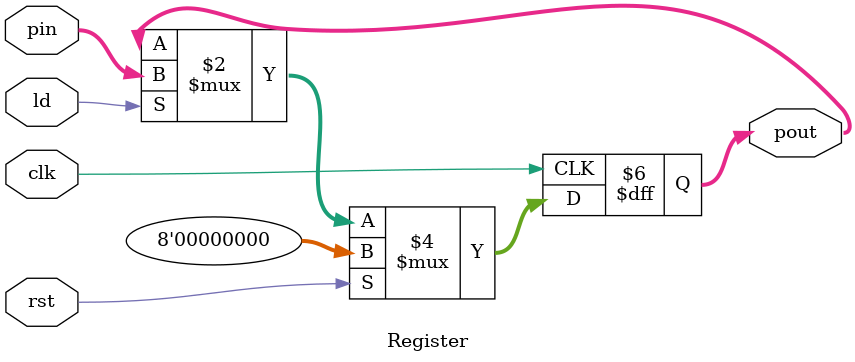
<source format=v>
`timescale 1ns/1ns

module Register (clk, pin, ld, rst, pout);
    
    parameter N = 8;
    input clk;
    input ld;
    input rst;
    input[N-1:0] pin;
    output reg[N-1:0] pout;

    always @(posedge clk) begin
        if(rst)
	    pout <= 0;
        else
	    pout <= ld ? pin : pout;
	    
    end

endmodule
</source>
